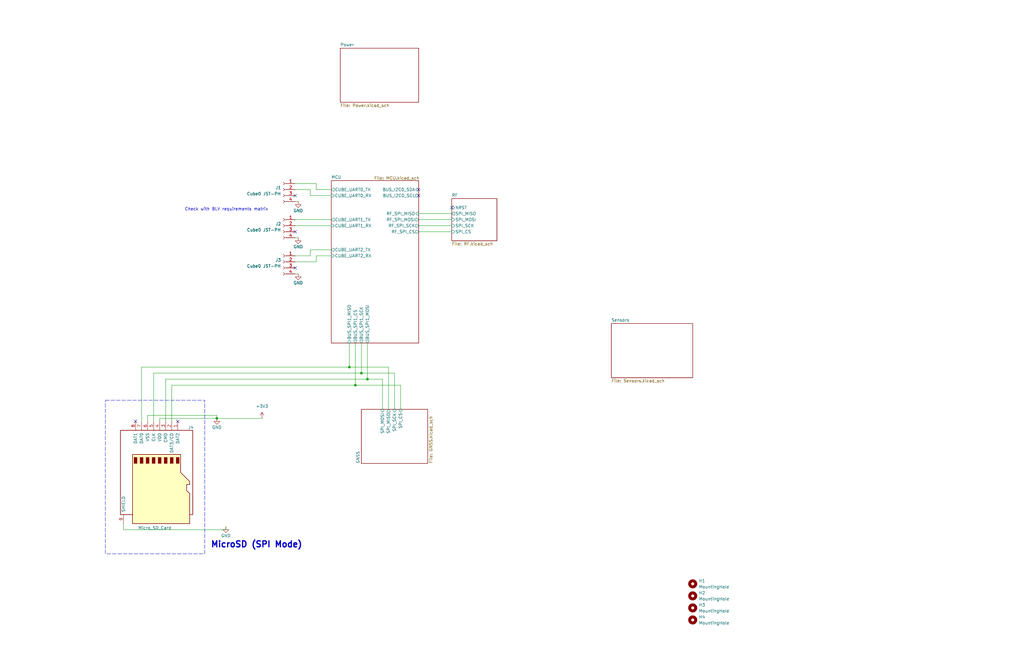
<source format=kicad_sch>
(kicad_sch (version 20250114) (generator "eeschema") (generator_version "9.0")
  (paper "USLedger")
  (title_block (date "2025-10-17") (rev "B") (company "Bronco STAR - BLV") (comment 1 "Rev B. Connect SPI buses, 4-pin JST-PH"))
  (lib_symbols
    (symbol "Connector:Conn_01x04_Socket" (pin_names (offset 1.016) (hide yes))
      (property "Reference" "J" (at 0 5.08 0))
      (property "Value" "Conn_01x04_Socket" (at 0 -7.62 0))
      (symbol "Conn_01x04_Socket_1_1"
        (polyline (pts (xy -1.27 2.54) (xy -0.508 2.54)) (stroke (width 0.1524)))
        (polyline (pts (xy -1.27 0) (xy -0.508 0)) (stroke (width 0.1524)))
        (polyline (pts (xy -1.27 -2.54) (xy -0.508 -2.54)) (stroke (width 0.1524)))
        (polyline (pts (xy -1.27 -5.08) (xy -0.508 -5.08)) (stroke (width 0.1524)))
        (arc (start 0 2.032) (mid -0.5058 2.54) (end 0 3.048) (stroke (width 0.1524)))
        (arc (start 0 -0.508) (mid -0.5058 0) (end 0 0.508) (stroke (width 0.1524)))
        (arc (start 0 -3.048) (mid -0.5058 -2.54) (end 0 -2.032) (stroke (width 0.1524)))
        (arc (start 0 -5.588) (mid -0.5058 -5.08) (end 0 -4.572) (stroke (width 0.1524)))
        (pin passive line (at -5.08 2.54 0) (length 3.81) (name "Pin_1") (number "1"))
        (pin passive line (at -5.08 0 0) (length 3.81) (name "Pin_2") (number "2"))
        (pin passive line (at -5.08 -2.54 0) (length 3.81) (name "Pin_3") (number "3"))
        (pin passive line (at -5.08 -5.08 0) (length 3.81) (name "Pin_4") (number "4"))
      )
    )
    (symbol "Connector:Micro_SD_Card" (pin_names (offset 1.016))
      (property "Reference" "J" (at -16.51 15.24 0))
      (property "Value" "Micro_SD_Card" (at 16.51 15.24 0))
      (symbol "Micro_SD_Card_0_1"
        (polyline (pts (xy -8.89 -11.43) (xy -8.89 8.89) (xy -1.27 8.89) (xy 2.54 12.7) (xy 3.81 12.7) (xy 3.81 11.43) (xy 6.35 11.43) (xy 7.62 12.7) (xy 20.32 12.7) (xy 20.32 -11.43) (xy -8.89 -11.43)) (stroke (width 0.254)) (fill (type background)))
        (rectangle (start -7.62 8.255) (end -5.08 6.985) (fill (type outline)))
        (rectangle (start -7.62 5.715) (end -5.08 4.445) (fill (type outline)))
        (rectangle (start -7.62 3.175) (end -5.08 1.905) (fill (type outline)))
        (rectangle (start -7.62 0.635) (end -5.08 -0.635) (fill (type outline)))
        (rectangle (start -7.62 -1.905) (end -5.08 -3.175) (fill (type outline)))
        (rectangle (start -7.62 -4.445) (end -5.08 -5.715) (fill (type outline)))
        (rectangle (start -7.62 -6.985) (end -5.08 -8.255) (fill (type outline)))
        (rectangle (start -7.62 -9.525) (end -5.08 -10.795) (fill (type outline)))
        (polyline (pts (xy 16.51 12.7) (xy 16.51 13.97) (xy -19.05 13.97) (xy -19.05 -16.51) (xy 16.51 -16.51) (xy 16.51 -11.43)) (stroke (width 0.254)))
      )
      (symbol "Micro_SD_Card_1_1"
        (pin bidirectional line (at -22.86 7.62 0) (length 3.81) (name "DAT2") (number "1"))
        (pin bidirectional line (at -22.86 5.08 0) (length 3.81) (name "DAT3/CD") (number "2"))
        (pin input line (at -22.86 2.54 0) (length 3.81) (name "CMD") (number "3"))
        (pin power_in line (at -22.86 0 0) (length 3.81) (name "VDD") (number "4"))
        (pin input line (at -22.86 -2.54 0) (length 3.81) (name "CLK") (number "5"))
        (pin power_in line (at -22.86 -5.08 0) (length 3.81) (name "VSS") (number "6"))
        (pin bidirectional line (at -22.86 -7.62 0) (length 3.81) (name "DAT0") (number "7"))
        (pin bidirectional line (at -22.86 -10.16 0) (length 3.81) (name "DAT1") (number "8"))
        (pin passive line (at 20.32 -15.24 180) (length 3.81) (name "SHIELD") (number "9"))
      )
    )
    (symbol "Mechanical:MountingHole" (pin_names (offset 1.016)) (in_bom no)
      (property "Reference" "H" (at 0 5.08 0))
      (property "Value" "MountingHole" (at 0 3.175 0))
      (symbol "MountingHole_0_1"
        (circle (center 0 0) (radius 1.27) (stroke (width 1.27)))
      )
    )
    (symbol "power:+3V3" (power) (pin_numbers (hide yes)) (pin_names (offset 0) (hide yes))
      (property "Value" "+3V3" (at 0 3.556 0))
      (symbol "+3V3_0_1"
        (polyline (pts (xy -0.762 1.27) (xy 0 2.54)))
        (polyline (pts (xy 0 2.54) (xy 0.762 1.27)))
        (polyline (pts (xy 0 0) (xy 0 2.54)))
      )
      (symbol "+3V3_1_1"
        (pin power_in line (at 0 0 90) (length 0) (name "~") (number "1"))
      )
    )
    (symbol "power:GND" (power) (pin_numbers (hide yes)) (pin_names (offset 0) (hide yes))
      (property "Value" "GND" (at 0 -3.81 0))
      (symbol "GND_0_1"
        (polyline (pts (xy 0 0) (xy 0 -1.27) (xy 1.27 -1.27) (xy 0 -2.54) (xy -1.27 -1.27) (xy 0 -1.27)))
      )
      (symbol "GND_1_1"
        (pin power_in line (at 0 0 270) (length 0) (name "~") (number "1"))
      )
    )
  )
  (rectangle (start 44.45 168.91) (end 86.36 233.68) (stroke (width 0) (type dash)))
  (text "Check with BLV requirements matrix" (at 95.504 88.392 0) (effects (font (size 1.27 1.27))))
  (text "MicroSD (SPI Mode)" (at 108.204 229.87 0) (effects (font (size 2.54 2.54) (thickness 0.508) (bold yes))))
  (junction (at 154.94 160.02))
  (junction (at 149.86 162.56))
  (junction (at 152.4 157.48))
  (junction (at 147.32 154.94))
  (junction (at 91.44 176.53))
  (no_connect (at 74.93 177.8))
  (no_connect (at 124.46 113.03))
  (no_connect (at 176.53 80.01))
  (no_connect (at 176.53 82.55))
  (no_connect (at 57.15 177.8))
  (no_connect (at 124.46 97.79))
  (no_connect (at 190.5 87.63))
  (no_connect (at 124.46 82.55))
  (wire (pts (xy 163.83 154.94) (xy 147.32 154.94)))
  (wire (pts (xy 161.29 160.02) (xy 154.94 160.02)))
  (wire (pts (xy 67.31 177.8) (xy 67.31 176.53)))
  (wire (pts (xy 176.53 97.79) (xy 190.5 97.79)))
  (wire (pts (xy 133.35 107.95) (xy 133.35 110.49)))
  (wire (pts (xy 166.37 172.72) (xy 166.37 157.48)))
  (wire (pts (xy 161.29 172.72) (xy 161.29 160.02)))
  (wire (pts (xy 124.46 80.01) (xy 130.81 80.01)))
  (wire (pts (xy 67.31 176.53) (xy 91.44 176.53)))
  (wire (pts (xy 154.94 160.02) (xy 69.85 160.02)))
  (wire (pts (xy 124.46 95.25) (xy 139.7 95.25)))
  (wire (pts (xy 133.35 77.47) (xy 133.35 80.01)))
  (wire (pts (xy 72.39 162.56) (xy 72.39 177.8)))
  (wire (pts (xy 152.4 144.78) (xy 152.4 157.48)))
  (wire (pts (xy 59.69 154.94) (xy 59.69 177.8)))
  (wire (pts (xy 130.81 82.55) (xy 139.7 82.55)))
  (wire (pts (xy 125.73 115.57) (xy 124.46 115.57)))
  (wire (pts (xy 133.35 110.49) (xy 124.46 110.49)))
  (wire (pts (xy 124.46 92.71) (xy 139.7 92.71)))
  (wire (pts (xy 125.73 100.33) (xy 124.46 100.33)))
  (wire (pts (xy 168.91 162.56) (xy 149.86 162.56)))
  (wire (pts (xy 176.53 90.17) (xy 190.5 90.17)))
  (wire (pts (xy 124.46 77.47) (xy 133.35 77.47)))
  (wire (pts (xy 62.23 175.26) (xy 91.44 175.26)))
  (wire (pts (xy 168.91 172.72) (xy 168.91 162.56)))
  (wire (pts (xy 176.53 95.25) (xy 190.5 95.25)))
  (wire (pts (xy 52.07 220.98) (xy 52.07 223.52)))
  (wire (pts (xy 91.44 175.26) (xy 91.44 176.53)))
  (wire (pts (xy 154.94 144.78) (xy 154.94 160.02)))
  (wire (pts (xy 69.85 160.02) (xy 69.85 177.8)))
  (wire (pts (xy 166.37 157.48) (xy 152.4 157.48)))
  (wire (pts (xy 152.4 157.48) (xy 64.77 157.48)))
  (wire (pts (xy 147.32 144.78) (xy 147.32 154.94)))
  (wire (pts (xy 149.86 162.56) (xy 72.39 162.56)))
  (wire (pts (xy 62.23 177.8) (xy 62.23 175.26)))
  (wire (pts (xy 139.7 107.95) (xy 133.35 107.95)))
  (wire (pts (xy 52.07 223.52) (xy 95.25 223.52)))
  (wire (pts (xy 124.46 107.95) (xy 130.81 107.95)))
  (wire (pts (xy 130.81 105.41) (xy 139.7 105.41)))
  (wire (pts (xy 64.77 157.48) (xy 64.77 177.8)))
  (wire (pts (xy 130.81 107.95) (xy 130.81 105.41)))
  (wire (pts (xy 130.81 80.01) (xy 130.81 82.55)))
  (wire (pts (xy 147.32 154.94) (xy 59.69 154.94)))
  (wire (pts (xy 149.86 144.78) (xy 149.86 162.56)))
  (wire (pts (xy 91.44 176.53) (xy 110.49 176.53)))
  (wire (pts (xy 95.25 223.52) (xy 95.25 222.25)))
  (wire (pts (xy 125.73 85.09) (xy 124.46 85.09)))
  (wire (pts (xy 133.35 80.01) (xy 139.7 80.01)))
  (wire (pts (xy 176.53 92.71) (xy 190.5 92.71)))
  (wire (pts (xy 163.83 172.72) (xy 163.83 154.94)))
  (symbol (lib_id "power:GND") (at 125.73 100.33 0) (unit 1)
    (property "Reference" "#PWR01" (effects (hide yes)))
    (property "Value" "GND" (at 125.73 104.14 0))
    (property "Description" "Power symbol creates a global label with name \"GND\" , ground" (effects (hide yes)))
  )
  (symbol (lib_id "power:GND") (at 125.73 85.09 0) (unit 1)
    (property "Reference" "#PWR052" (effects (hide yes)))
    (property "Value" "GND" (at 125.73 88.9 0))
    (property "Description" "Power symbol creates a global label with name \"GND\" , ground" (effects (hide yes)))
  )
  (symbol (lib_id "Mechanical:MountingHole") (at 292.1 251.46 0) (unit 1) (in_bom no)
    (property "Reference" "H2" (at 294.64 250.1899 0) (effects (justify left)))
    (property "Value" "MountingHole" (at 294.64 252.7299 0) (effects (justify left)))
    (property "Footprint" "MountingHole:MountingHole_3.2mm_M3" (effects (hide yes)))
    (property "Description" "Mounting Hole without connection" (effects (hide yes)))
  )
  (symbol (lib_id "power:+3V3") (at 110.49 176.53 0) (unit 1)
    (property "Reference" "#PWR03" (effects (hide yes)))
    (property "Value" "+3V3" (at 110.49 171.45 0))
    (property "Description" "Power symbol creates a global label with name \"+3V3\"" (effects (hide yes)))
  )
  (symbol (lib_id "Connector:Conn_01x04_Socket") (at 119.38 80.01 0) (mirror y) (unit 1)
    (property "Reference" "J1" (at 117.348 79.248 0))
    (property "Value" "Cube0 JST-PH" (at 111.252 81.788 0))
    (property "Footprint" "Connector_JST:JST_PH_S4B-PH-K_1x04_P2.00mm_Horizontal" (effects (hide yes)))
    (property "Description" "Generic connector, single row, 01x04, script generated" (effects (hide yes)))
  )
  (symbol (lib_id "Mechanical:MountingHole") (at 292.1 256.54 0) (unit 1) (in_bom no)
    (property "Reference" "H3" (at 294.64 255.2699 0) (effects (justify left)))
    (property "Value" "MountingHole" (at 294.64 257.8099 0) (effects (justify left)))
    (property "Footprint" "MountingHole:MountingHole_3.2mm_M3" (effects (hide yes)))
    (property "Description" "Mounting Hole without connection" (effects (hide yes)))
  )
  (symbol (lib_id "Mechanical:MountingHole") (at 292.1 261.62 0) (unit 1) (in_bom no)
    (property "Reference" "H4" (at 294.64 260.3499 0) (effects (justify left)))
    (property "Value" "MountingHole" (at 294.64 262.8899 0) (effects (justify left)))
    (property "Footprint" "MountingHole:MountingHole_3.2mm_M3" (effects (hide yes)))
    (property "Description" "Mounting Hole without connection" (effects (hide yes)))
  )
  (symbol (lib_id "Connector:Conn_01x04_Socket") (at 119.38 95.25 0) (mirror y) (unit 1)
    (property "Reference" "J2" (at 117.348 94.488 0))
    (property "Value" "Cube0 JST-PH" (at 111.252 97.028 0))
    (property "Footprint" "Connector_JST:JST_PH_S4B-PH-K_1x04_P2.00mm_Horizontal" (effects (hide yes)))
    (property "Description" "Generic connector, single row, 01x04, script generated" (effects (hide yes)))
  )
  (symbol (lib_id "Connector:Micro_SD_Card") (at 67.31 200.66 270) (unit 1)
    (property "Reference" "J4" (at 80.518 180.34 90))
    (property "Value" "Micro_SD_Card" (at 65.278 222.758 90))
    (property "Footprint" "Connector_Card:microSD_HC_Wuerth_693072010801" (effects (hide yes)))
    (property "Datasheet" "https://www.we-online.com/components/products/datasheet/693072010801.pdf" (effects (hide yes)))
    (property "Description" "Micro SD Card Socket | https://elm-chan.org/docs/mmc/mmc_e.html" (effects (hide yes)))
  )
  (symbol (lib_id "power:GND") (at 91.44 176.53 0) (unit 1)
    (property "Reference" "#PWR05" (effects (hide yes)))
    (property "Value" "GND" (at 91.44 180.34 0))
    (property "Description" "Power symbol creates a global label with name \"GND\" , ground" (effects (hide yes)))
  )
  (symbol (lib_id "Mechanical:MountingHole") (at 292.1 246.38 0) (unit 1) (in_bom no)
    (property "Reference" "H1" (at 294.64 245.1099 0) (effects (justify left)))
    (property "Value" "MountingHole" (at 294.64 247.6499 0) (effects (justify left)))
    (property "Footprint" "MountingHole:MountingHole_3.2mm_M3" (effects (hide yes)))
    (property "Description" "Mounting Hole without connection" (effects (hide yes)))
  )
  (symbol (lib_id "power:GND") (at 125.73 115.57 0) (unit 1)
    (property "Reference" "#PWR02" (effects (hide yes)))
    (property "Value" "GND" (at 125.73 119.38 0))
    (property "Description" "Power symbol creates a global label with name \"GND\" , ground" (effects (hide yes)))
  )
  (symbol (lib_id "power:GND") (at 95.25 222.25 0) (unit 1)
    (property "Reference" "#PWR06" (effects (hide yes)))
    (property "Value" "GND" (at 95.25 226.06 0))
    (property "Description" "Power symbol creates a global label with name \"GND\" , ground" (effects (hide yes)))
  )
  (symbol (lib_id "Connector:Conn_01x04_Socket") (at 119.38 110.49 0) (mirror y) (unit 1)
    (property "Reference" "J3" (at 117.348 109.728 0))
    (property "Value" "Cube0 JST-PH" (at 111.252 112.268 0))
    (property "Footprint" "Connector_JST:JST_PH_S4B-PH-K_1x04_P2.00mm_Horizontal" (effects (hide yes)))
    (property "Description" "Generic connector, single row, 01x04, script generated" (effects (hide yes)))
  )
  (sheet (at 143.51 20.32) (size 33.02 22.86) (stroke (width 0.1524))
    (property "Sheetname" "Power" (at 143.51 19.6084 0) (effects (justify left bottom)))
    (property "Sheetfile" "Power.kicad_sch" (at 143.51 43.7646 0) (effects (justify left top)))
  )
  (sheet (at 257.81 136.525) (size 34.29 22.86) (stroke (width 0.1524))
    (property "Sheetname" "Sensors" (at 257.81 135.8134 0) (effects (justify left bottom)))
    (property "Sheetfile" "Sensors.kicad_sch" (at 257.81 159.9696 0) (effects (justify left top)))
  )
  (sheet (at 139.7 76.2) (size 36.83 68.58) (stroke (width 0.1524))
    (property "Sheetname" "MCU" (at 139.7 75.4884 0) (effects (justify left bottom)))
    (property "Sheetfile" "MCU.kicad_sch" (at 157.734 74.422 0) (effects (justify left top)))
    (pin "BUS_SPI1_CS" output (at 149.86 144.78 270))
    (pin "BUS_SPI1_MISO" input (at 147.32 144.78 270))
    (pin "BUS_SPI1_MOSI" output (at 154.94 144.78 270))
    (pin "BUS_SPI1_SCK" output (at 152.4 144.78 270))
    (pin "CUBE_UART0_RX" input (at 139.7 82.55 180))
    (pin "CUBE_UART0_TX" output (at 139.7 80.01 180))
    (pin "CUBE_UART1_RX" input (at 139.7 95.25 180))
    (pin "CUBE_UART1_TX" output (at 139.7 92.71 180))
    (pin "CUBE_UART2_RX" input (at 139.7 107.95 180))
    (pin "CUBE_UART2_TX" output (at 139.7 105.41 180))
    (pin "BUS_I2C0_SCL" output (at 176.53 82.55 0))
    (pin "BUS_I2C0_SDA" bidirectional (at 176.53 80.01 0))
    (pin "RF_SPI_CS" output (at 176.53 97.79 0))
    (pin "RF_SPI_MISO" input (at 176.53 90.17 0))
    (pin "RF_SPI_MOSI" output (at 176.53 92.71 0))
    (pin "RF_SPI_SCK" output (at 176.53 95.25 0))
  )
  (sheet (at 190.5 83.82) (size 19.05 17.78) (stroke (width 0.1524))
    (property "Sheetname" "RF" (at 190.5 83.1084 0) (effects (justify left bottom)))
    (property "Sheetfile" "RF.kicad_sch" (at 190.5 102.1846 0) (effects (justify left top)))
    (pin "NRST" input (at 190.5 87.63 180))
    (pin "SPI_CS" input (at 190.5 97.79 180))
    (pin "SPI_MISO" output (at 190.5 90.17 180))
    (pin "SPI_MOSI" input (at 190.5 92.71 180))
    (pin "SPI_SCK" input (at 190.5 95.25 180))
  )
  (sheet (at 152.4 172.72) (size 27.94 22.86) (stroke (width 0.1524))
    (property "Sheetname" "GNSS" (at 151.6884 195.58 90) (effects (justify left bottom)))
    (property "Sheetfile" "GNSS.kicad_sch" (at 180.9246 195.58 90) (effects (justify left top)))
    (pin "SPI_CS" input (at 168.91 172.72 90))
    (pin "SPI_MISO" output (at 163.83 172.72 90))
    (pin "SPI_MOSI" input (at 161.29 172.72 90))
    (pin "SPI_SCK" input (at 166.37 172.72 90))
  )
)
</source>
